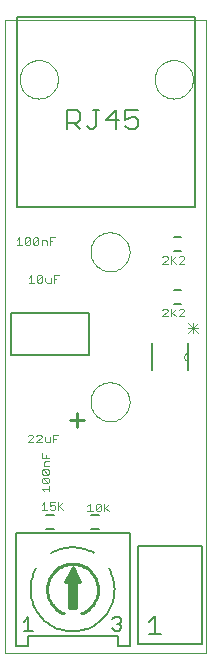
<source format=gto>
G75*
%MOIN*%
%OFA0B0*%
%FSLAX24Y24*%
%IPPOS*%
%LPD*%
%AMOC8*
5,1,8,0,0,1.08239X$1,22.5*
%
%ADD10C,0.0000*%
%ADD11C,0.0100*%
%ADD12C,0.0080*%
%ADD13C,0.0060*%
%ADD14C,0.0040*%
%ADD15C,0.0050*%
%ADD16C,0.0030*%
D10*
X000180Y000180D02*
X000180Y021291D01*
X006866Y021291D01*
X006866Y000180D01*
X000180Y000180D01*
X003030Y008555D02*
X003032Y008605D01*
X003038Y008655D01*
X003048Y008705D01*
X003061Y008753D01*
X003078Y008801D01*
X003099Y008847D01*
X003123Y008891D01*
X003151Y008933D01*
X003182Y008973D01*
X003216Y009010D01*
X003253Y009045D01*
X003292Y009076D01*
X003333Y009105D01*
X003377Y009130D01*
X003423Y009152D01*
X003470Y009170D01*
X003518Y009184D01*
X003567Y009195D01*
X003617Y009202D01*
X003667Y009205D01*
X003718Y009204D01*
X003768Y009199D01*
X003818Y009190D01*
X003866Y009178D01*
X003914Y009161D01*
X003960Y009141D01*
X004005Y009118D01*
X004048Y009091D01*
X004088Y009061D01*
X004126Y009028D01*
X004161Y008992D01*
X004194Y008953D01*
X004223Y008912D01*
X004249Y008869D01*
X004272Y008824D01*
X004291Y008777D01*
X004306Y008729D01*
X004318Y008680D01*
X004326Y008630D01*
X004330Y008580D01*
X004330Y008530D01*
X004326Y008480D01*
X004318Y008430D01*
X004306Y008381D01*
X004291Y008333D01*
X004272Y008286D01*
X004249Y008241D01*
X004223Y008198D01*
X004194Y008157D01*
X004161Y008118D01*
X004126Y008082D01*
X004088Y008049D01*
X004048Y008019D01*
X004005Y007992D01*
X003960Y007969D01*
X003914Y007949D01*
X003866Y007932D01*
X003818Y007920D01*
X003768Y007911D01*
X003718Y007906D01*
X003667Y007905D01*
X003617Y007908D01*
X003567Y007915D01*
X003518Y007926D01*
X003470Y007940D01*
X003423Y007958D01*
X003377Y007980D01*
X003333Y008005D01*
X003292Y008034D01*
X003253Y008065D01*
X003216Y008100D01*
X003182Y008137D01*
X003151Y008177D01*
X003123Y008219D01*
X003099Y008263D01*
X003078Y008309D01*
X003061Y008357D01*
X003048Y008405D01*
X003038Y008455D01*
X003032Y008505D01*
X003030Y008555D01*
X006270Y009935D02*
X006249Y009937D01*
X006229Y009942D01*
X006210Y009951D01*
X006193Y009963D01*
X006178Y009978D01*
X006166Y009995D01*
X006157Y010014D01*
X006152Y010034D01*
X006150Y010055D01*
X006152Y010076D01*
X006157Y010096D01*
X006166Y010115D01*
X006178Y010132D01*
X006193Y010147D01*
X006210Y010159D01*
X006229Y010168D01*
X006249Y010173D01*
X006270Y010175D01*
X003030Y013555D02*
X003032Y013605D01*
X003038Y013655D01*
X003048Y013705D01*
X003061Y013753D01*
X003078Y013801D01*
X003099Y013847D01*
X003123Y013891D01*
X003151Y013933D01*
X003182Y013973D01*
X003216Y014010D01*
X003253Y014045D01*
X003292Y014076D01*
X003333Y014105D01*
X003377Y014130D01*
X003423Y014152D01*
X003470Y014170D01*
X003518Y014184D01*
X003567Y014195D01*
X003617Y014202D01*
X003667Y014205D01*
X003718Y014204D01*
X003768Y014199D01*
X003818Y014190D01*
X003866Y014178D01*
X003914Y014161D01*
X003960Y014141D01*
X004005Y014118D01*
X004048Y014091D01*
X004088Y014061D01*
X004126Y014028D01*
X004161Y013992D01*
X004194Y013953D01*
X004223Y013912D01*
X004249Y013869D01*
X004272Y013824D01*
X004291Y013777D01*
X004306Y013729D01*
X004318Y013680D01*
X004326Y013630D01*
X004330Y013580D01*
X004330Y013530D01*
X004326Y013480D01*
X004318Y013430D01*
X004306Y013381D01*
X004291Y013333D01*
X004272Y013286D01*
X004249Y013241D01*
X004223Y013198D01*
X004194Y013157D01*
X004161Y013118D01*
X004126Y013082D01*
X004088Y013049D01*
X004048Y013019D01*
X004005Y012992D01*
X003960Y012969D01*
X003914Y012949D01*
X003866Y012932D01*
X003818Y012920D01*
X003768Y012911D01*
X003718Y012906D01*
X003667Y012905D01*
X003617Y012908D01*
X003567Y012915D01*
X003518Y012926D01*
X003470Y012940D01*
X003423Y012958D01*
X003377Y012980D01*
X003333Y013005D01*
X003292Y013034D01*
X003253Y013065D01*
X003216Y013100D01*
X003182Y013137D01*
X003151Y013177D01*
X003123Y013219D01*
X003099Y013263D01*
X003078Y013309D01*
X003061Y013357D01*
X003048Y013405D01*
X003038Y013455D01*
X003032Y013505D01*
X003030Y013555D01*
X000665Y019305D02*
X000667Y019355D01*
X000673Y019405D01*
X000683Y019454D01*
X000696Y019503D01*
X000714Y019550D01*
X000735Y019596D01*
X000759Y019639D01*
X000787Y019681D01*
X000818Y019721D01*
X000852Y019758D01*
X000889Y019792D01*
X000929Y019823D01*
X000971Y019851D01*
X001014Y019875D01*
X001060Y019896D01*
X001107Y019914D01*
X001156Y019927D01*
X001205Y019937D01*
X001255Y019943D01*
X001305Y019945D01*
X001355Y019943D01*
X001405Y019937D01*
X001454Y019927D01*
X001503Y019914D01*
X001550Y019896D01*
X001596Y019875D01*
X001639Y019851D01*
X001681Y019823D01*
X001721Y019792D01*
X001758Y019758D01*
X001792Y019721D01*
X001823Y019681D01*
X001851Y019639D01*
X001875Y019596D01*
X001896Y019550D01*
X001914Y019503D01*
X001927Y019454D01*
X001937Y019405D01*
X001943Y019355D01*
X001945Y019305D01*
X001943Y019255D01*
X001937Y019205D01*
X001927Y019156D01*
X001914Y019107D01*
X001896Y019060D01*
X001875Y019014D01*
X001851Y018971D01*
X001823Y018929D01*
X001792Y018889D01*
X001758Y018852D01*
X001721Y018818D01*
X001681Y018787D01*
X001639Y018759D01*
X001596Y018735D01*
X001550Y018714D01*
X001503Y018696D01*
X001454Y018683D01*
X001405Y018673D01*
X001355Y018667D01*
X001305Y018665D01*
X001255Y018667D01*
X001205Y018673D01*
X001156Y018683D01*
X001107Y018696D01*
X001060Y018714D01*
X001014Y018735D01*
X000971Y018759D01*
X000929Y018787D01*
X000889Y018818D01*
X000852Y018852D01*
X000818Y018889D01*
X000787Y018929D01*
X000759Y018971D01*
X000735Y019014D01*
X000714Y019060D01*
X000696Y019107D01*
X000683Y019156D01*
X000673Y019205D01*
X000667Y019255D01*
X000665Y019305D01*
X005165Y019305D02*
X005167Y019355D01*
X005173Y019405D01*
X005183Y019454D01*
X005196Y019503D01*
X005214Y019550D01*
X005235Y019596D01*
X005259Y019639D01*
X005287Y019681D01*
X005318Y019721D01*
X005352Y019758D01*
X005389Y019792D01*
X005429Y019823D01*
X005471Y019851D01*
X005514Y019875D01*
X005560Y019896D01*
X005607Y019914D01*
X005656Y019927D01*
X005705Y019937D01*
X005755Y019943D01*
X005805Y019945D01*
X005855Y019943D01*
X005905Y019937D01*
X005954Y019927D01*
X006003Y019914D01*
X006050Y019896D01*
X006096Y019875D01*
X006139Y019851D01*
X006181Y019823D01*
X006221Y019792D01*
X006258Y019758D01*
X006292Y019721D01*
X006323Y019681D01*
X006351Y019639D01*
X006375Y019596D01*
X006396Y019550D01*
X006414Y019503D01*
X006427Y019454D01*
X006437Y019405D01*
X006443Y019355D01*
X006445Y019305D01*
X006443Y019255D01*
X006437Y019205D01*
X006427Y019156D01*
X006414Y019107D01*
X006396Y019060D01*
X006375Y019014D01*
X006351Y018971D01*
X006323Y018929D01*
X006292Y018889D01*
X006258Y018852D01*
X006221Y018818D01*
X006181Y018787D01*
X006139Y018759D01*
X006096Y018735D01*
X006050Y018714D01*
X006003Y018696D01*
X005954Y018683D01*
X005905Y018673D01*
X005855Y018667D01*
X005805Y018665D01*
X005755Y018667D01*
X005705Y018673D01*
X005656Y018683D01*
X005607Y018696D01*
X005560Y018714D01*
X005514Y018735D01*
X005471Y018759D01*
X005429Y018787D01*
X005389Y018818D01*
X005352Y018852D01*
X005318Y018889D01*
X005287Y018929D01*
X005259Y018971D01*
X005235Y019014D01*
X005214Y019060D01*
X005196Y019107D01*
X005183Y019156D01*
X005173Y019205D01*
X005167Y019255D01*
X005165Y019305D01*
D11*
X002589Y008189D02*
X002589Y007722D01*
X002822Y007955D02*
X002355Y007955D01*
X002430Y003055D02*
X002180Y002555D01*
X002280Y002555D01*
X002300Y002555D01*
X002330Y002555D01*
X002300Y002555D02*
X002300Y001685D01*
X002550Y001685D01*
X002550Y002555D01*
X002530Y002555D01*
X002550Y002555D02*
X002580Y002555D01*
X002680Y002555D01*
X002430Y003055D01*
X002380Y002905D02*
X002480Y002905D01*
X002480Y001705D01*
X002430Y001705D02*
X002380Y001705D01*
X002380Y002905D01*
X002280Y002705D02*
X002280Y002555D01*
X002430Y003155D02*
X002372Y003153D01*
X002315Y003147D01*
X002258Y003137D01*
X002202Y003124D01*
X002147Y003107D01*
X002093Y003085D01*
X002041Y003061D01*
X001991Y003033D01*
X001942Y003001D01*
X001896Y002967D01*
X001853Y002929D01*
X001812Y002888D01*
X001774Y002845D01*
X001738Y002799D01*
X001707Y002751D01*
X001678Y002701D01*
X001653Y002649D01*
X001631Y002596D01*
X001613Y002541D01*
X001599Y002485D01*
X001589Y002428D01*
X001583Y002371D01*
X001580Y002313D01*
X001581Y002256D01*
X001587Y002198D01*
X001596Y002141D01*
X001609Y002085D01*
X001626Y002030D01*
X001646Y001976D01*
X001670Y001924D01*
X001698Y001873D01*
X001729Y001824D01*
X001763Y001778D01*
X001801Y001734D01*
X001841Y001692D01*
X001884Y001654D01*
X001929Y001618D01*
X001977Y001586D01*
X002027Y001557D01*
X002078Y001531D01*
X002132Y001509D01*
X002728Y001509D02*
X002782Y001531D01*
X002833Y001557D01*
X002883Y001586D01*
X002931Y001618D01*
X002976Y001654D01*
X003019Y001692D01*
X003059Y001734D01*
X003097Y001778D01*
X003131Y001824D01*
X003162Y001873D01*
X003190Y001924D01*
X003214Y001976D01*
X003234Y002030D01*
X003251Y002085D01*
X003264Y002141D01*
X003273Y002198D01*
X003279Y002256D01*
X003280Y002313D01*
X003277Y002371D01*
X003271Y002428D01*
X003261Y002485D01*
X003247Y002541D01*
X003229Y002596D01*
X003207Y002649D01*
X003182Y002701D01*
X003153Y002751D01*
X003122Y002799D01*
X003086Y002845D01*
X003048Y002888D01*
X003007Y002929D01*
X002964Y002967D01*
X002918Y003001D01*
X002869Y003033D01*
X002819Y003061D01*
X002767Y003085D01*
X002713Y003107D01*
X002658Y003124D01*
X002602Y003137D01*
X002545Y003147D01*
X002488Y003153D01*
X002430Y003155D01*
X002580Y002705D02*
X002580Y002555D01*
D12*
X004629Y003763D02*
X004629Y000499D01*
X006731Y000499D01*
X006731Y003763D01*
X004629Y003763D01*
X002970Y010105D02*
X000390Y010105D01*
X000390Y011505D01*
X002970Y011505D01*
X002970Y010105D01*
X000592Y015046D02*
X000592Y021369D01*
X006518Y021369D01*
X006518Y015046D01*
X000592Y015046D01*
D13*
X002257Y017635D02*
X002257Y018276D01*
X002577Y018276D01*
X002684Y018169D01*
X002684Y017955D01*
X002577Y017849D01*
X002257Y017849D01*
X002470Y017849D02*
X002684Y017635D01*
X002901Y017742D02*
X003008Y017635D01*
X003115Y017635D01*
X003222Y017742D01*
X003222Y018276D01*
X003328Y018276D02*
X003115Y018276D01*
X003546Y017955D02*
X003973Y017955D01*
X004190Y017955D02*
X004404Y018062D01*
X004511Y018062D01*
X004617Y017955D01*
X004617Y017742D01*
X004511Y017635D01*
X004297Y017635D01*
X004190Y017742D01*
X004190Y017955D02*
X004190Y018276D01*
X004617Y018276D01*
X003866Y018276D02*
X003866Y017635D01*
X003546Y017955D02*
X003866Y018276D01*
X005812Y014041D02*
X006048Y014041D01*
X006048Y013569D02*
X005812Y013569D01*
X005812Y012291D02*
X006048Y012291D01*
X006048Y011819D02*
X005812Y011819D01*
X006270Y010505D02*
X006270Y009605D01*
X005090Y009605D02*
X005090Y010505D01*
X003298Y004791D02*
X003062Y004791D01*
X003062Y004319D02*
X003298Y004319D01*
X004330Y004195D02*
X000530Y004195D01*
X000530Y000405D01*
X000930Y000405D01*
X000930Y000755D01*
X003930Y000755D01*
X003930Y000405D01*
X004330Y000405D01*
X004330Y004195D01*
X001798Y004319D02*
X001562Y004319D01*
X001562Y004791D02*
X001798Y004791D01*
X001214Y003000D02*
X001180Y002935D01*
X001149Y002869D01*
X001121Y002801D01*
X001097Y002732D01*
X001076Y002662D01*
X001059Y002591D01*
X001046Y002519D01*
X001037Y002446D01*
X001032Y002373D01*
X001030Y002300D01*
X001032Y002227D01*
X001038Y002154D01*
X001048Y002082D01*
X001061Y002010D01*
X001079Y001939D01*
X001100Y001869D01*
X001124Y001800D01*
X001152Y001732D01*
X001184Y001666D01*
X001219Y001602D01*
X001257Y001540D01*
X001299Y001480D01*
X001344Y001422D01*
X001391Y001366D01*
X001442Y001313D01*
X001495Y001263D01*
X001551Y001216D01*
X001609Y001171D01*
X001669Y001130D01*
X001731Y001092D01*
X001796Y001057D01*
X001862Y001026D01*
X001929Y000998D01*
X001998Y000973D01*
X002068Y000953D01*
X002140Y000935D01*
X002211Y000922D01*
X002284Y000913D01*
X002357Y000907D01*
X002430Y000905D01*
X003160Y003500D02*
X003100Y003535D01*
X003037Y003566D01*
X002974Y003595D01*
X002909Y003621D01*
X002843Y003643D01*
X002775Y003662D01*
X002707Y003677D01*
X002639Y003689D01*
X002569Y003698D01*
X002500Y003703D01*
X002430Y003705D01*
X003631Y003025D02*
X003667Y002961D01*
X003700Y002895D01*
X003729Y002827D01*
X003755Y002758D01*
X003777Y002687D01*
X003795Y002616D01*
X003810Y002543D01*
X003820Y002470D01*
X003827Y002396D01*
X003830Y002323D01*
X003829Y002249D01*
X003824Y002175D01*
X003815Y002102D01*
X003803Y002029D01*
X003786Y001957D01*
X003766Y001886D01*
X003742Y001816D01*
X003714Y001747D01*
X003683Y001680D01*
X003648Y001615D01*
X003610Y001552D01*
X003569Y001491D01*
X003524Y001432D01*
X003477Y001375D01*
X003426Y001321D01*
X003373Y001270D01*
X003317Y001222D01*
X003259Y001177D01*
X003198Y001134D01*
X003135Y001096D01*
X003070Y001060D01*
X003004Y001028D01*
X002936Y000999D01*
X002866Y000975D01*
X002795Y000953D01*
X002723Y000936D01*
X002651Y000923D01*
X002578Y000913D01*
X002504Y000907D01*
X002430Y000905D01*
X001710Y003505D02*
X001769Y003539D01*
X001831Y003570D01*
X001894Y003598D01*
X001958Y003623D01*
X002023Y003645D01*
X002090Y003663D01*
X002157Y003678D01*
X002224Y003690D01*
X002293Y003698D01*
X002361Y003703D01*
X002430Y003705D01*
D14*
X002122Y004950D02*
X001992Y005080D01*
X001949Y005037D02*
X002122Y005210D01*
X001949Y005210D02*
X001949Y004950D01*
X001846Y004993D02*
X001803Y004950D01*
X001716Y004950D01*
X001673Y004993D01*
X001673Y005080D02*
X001759Y005123D01*
X001803Y005123D01*
X001846Y005080D01*
X001846Y004993D01*
X001673Y005080D02*
X001673Y005210D01*
X001846Y005210D01*
X001660Y005575D02*
X001660Y005748D01*
X001660Y005662D02*
X001400Y005662D01*
X001487Y005575D01*
X001483Y005210D02*
X001483Y004950D01*
X001396Y004950D02*
X001570Y004950D01*
X001396Y005123D02*
X001483Y005210D01*
X001443Y005851D02*
X001400Y005895D01*
X001400Y005981D01*
X001443Y006025D01*
X001617Y005851D01*
X001660Y005895D01*
X001660Y005981D01*
X001617Y006025D01*
X001443Y006025D01*
X001443Y006127D02*
X001400Y006171D01*
X001400Y006258D01*
X001443Y006301D01*
X001617Y006127D01*
X001660Y006171D01*
X001660Y006258D01*
X001617Y006301D01*
X001443Y006301D01*
X001487Y006404D02*
X001487Y006534D01*
X001530Y006577D01*
X001660Y006577D01*
X001660Y006680D02*
X001400Y006680D01*
X001400Y006853D01*
X001530Y006767D02*
X001530Y006680D01*
X001487Y006404D02*
X001660Y006404D01*
X001617Y006127D02*
X001443Y006127D01*
X001443Y005851D02*
X001617Y005851D01*
X002925Y005073D02*
X003012Y005160D01*
X003012Y004900D01*
X003098Y004900D02*
X002925Y004900D01*
X003201Y004943D02*
X003201Y005117D01*
X003245Y005160D01*
X003331Y005160D01*
X003375Y005117D01*
X003201Y004943D01*
X003245Y004900D01*
X003331Y004900D01*
X003375Y004943D01*
X003375Y005117D01*
X003477Y005160D02*
X003477Y004900D01*
X003477Y004987D02*
X003651Y005160D01*
X003521Y005030D02*
X003651Y004900D01*
X001779Y007200D02*
X001779Y007460D01*
X001952Y007460D01*
X001865Y007330D02*
X001779Y007330D01*
X001676Y007373D02*
X001676Y007200D01*
X001546Y007200D01*
X001502Y007243D01*
X001502Y007373D01*
X001400Y007373D02*
X001400Y007417D01*
X001356Y007460D01*
X001270Y007460D01*
X001226Y007417D01*
X001123Y007417D02*
X001080Y007460D01*
X000993Y007460D01*
X000950Y007417D01*
X001123Y007417D02*
X001123Y007373D01*
X000950Y007200D01*
X001123Y007200D01*
X001226Y007200D02*
X001400Y007373D01*
X001400Y007200D02*
X001226Y007200D01*
X005425Y011400D02*
X005598Y011573D01*
X005598Y011617D01*
X005555Y011660D01*
X005468Y011660D01*
X005425Y011617D01*
X005425Y011400D02*
X005598Y011400D01*
X005701Y011400D02*
X005701Y011660D01*
X005745Y011530D02*
X005875Y011400D01*
X005977Y011400D02*
X006151Y011573D01*
X006151Y011617D01*
X006108Y011660D01*
X006021Y011660D01*
X005977Y011617D01*
X005875Y011660D02*
X005701Y011487D01*
X005977Y011400D02*
X006151Y011400D01*
X006151Y013150D02*
X005977Y013150D01*
X006151Y013323D01*
X006151Y013367D01*
X006108Y013410D01*
X006021Y013410D01*
X005977Y013367D01*
X005875Y013410D02*
X005701Y013237D01*
X005745Y013280D02*
X005875Y013150D01*
X005701Y013150D02*
X005701Y013410D01*
X005598Y013367D02*
X005555Y013410D01*
X005468Y013410D01*
X005425Y013367D01*
X005598Y013367D02*
X005598Y013323D01*
X005425Y013150D01*
X005598Y013150D01*
X001972Y012785D02*
X001799Y012785D01*
X001799Y012525D01*
X001696Y012525D02*
X001696Y012698D01*
X001799Y012655D02*
X001886Y012655D01*
X001696Y012525D02*
X001566Y012525D01*
X001523Y012568D01*
X001523Y012698D01*
X001420Y012742D02*
X001376Y012785D01*
X001290Y012785D01*
X001246Y012742D01*
X001246Y012568D01*
X001420Y012742D01*
X001420Y012568D01*
X001376Y012525D01*
X001290Y012525D01*
X001246Y012568D01*
X001144Y012525D02*
X000970Y012525D01*
X001057Y012525D02*
X001057Y012785D01*
X000970Y012698D01*
X000975Y013775D02*
X000888Y013775D01*
X000845Y013818D01*
X001019Y013992D01*
X001019Y013818D01*
X000975Y013775D01*
X000845Y013818D02*
X000845Y013992D01*
X000888Y014035D01*
X000975Y014035D01*
X001019Y013992D01*
X001121Y013992D02*
X001165Y014035D01*
X001251Y014035D01*
X001295Y013992D01*
X001121Y013818D01*
X001165Y013775D01*
X001251Y013775D01*
X001295Y013818D01*
X001295Y013992D01*
X001398Y013948D02*
X001528Y013948D01*
X001571Y013905D01*
X001571Y013775D01*
X001674Y013775D02*
X001674Y014035D01*
X001847Y014035D01*
X001761Y013905D02*
X001674Y013905D01*
X001398Y013948D02*
X001398Y013775D01*
X001121Y013818D02*
X001121Y013992D01*
X000742Y013775D02*
X000569Y013775D01*
X000656Y013775D02*
X000656Y014035D01*
X000569Y013948D01*
D15*
X000955Y001380D02*
X000955Y000930D01*
X000805Y000930D02*
X001105Y000930D01*
X000805Y001230D02*
X000955Y001380D01*
X003755Y001305D02*
X003830Y001380D01*
X003980Y001380D01*
X004055Y001305D01*
X004055Y001230D01*
X003980Y001155D01*
X004055Y001080D01*
X004055Y001005D01*
X003980Y000930D01*
X003830Y000930D01*
X003755Y001005D01*
X003905Y001155D02*
X003980Y001155D01*
X004971Y001225D02*
X005174Y001429D01*
X005174Y000818D01*
X004971Y000818D02*
X005378Y000818D01*
D16*
X006283Y010856D02*
X006597Y011170D01*
X006440Y011170D02*
X006440Y010856D01*
X006597Y010856D02*
X006283Y011170D01*
X006283Y011013D02*
X006597Y011013D01*
M02*

</source>
